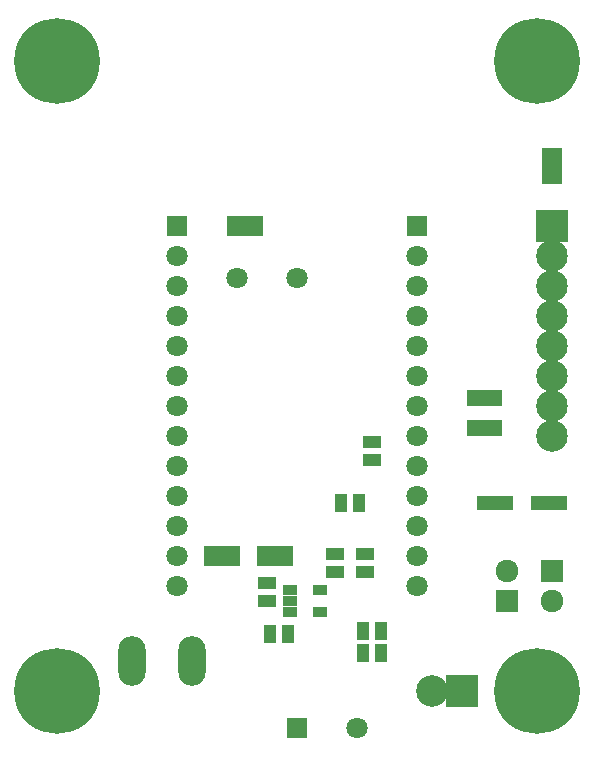
<source format=gbr>
G04 #@! TF.FileFunction,Soldermask,Top*
%FSLAX46Y46*%
G04 Gerber Fmt 4.6, Leading zero omitted, Abs format (unit mm)*
G04 Created by KiCad (PCBNEW 4.0.1-stable) date 1/29/2016 6:59:16 PM*
%MOMM*%
G01*
G04 APERTURE LIST*
%ADD10C,0.100000*%
%ADD11C,7.258000*%
%ADD12O,2.305000X4.210000*%
%ADD13C,1.797000*%
%ADD14R,1.797000X1.797000*%
%ADD15R,2.675000X2.675000*%
%ADD16C,2.675000*%
%ADD17R,3.150000X1.200000*%
%ADD18R,1.543000X1.035000*%
%ADD19R,1.035000X1.543000*%
%ADD20R,1.778000X1.524000*%
%ADD21R,1.524000X1.778000*%
%ADD22R,1.101040X1.400760*%
%ADD23R,1.162000X0.908000*%
%ADD24R,1.924000X1.924000*%
%ADD25C,1.924000*%
G04 APERTURE END LIST*
D10*
D11*
X45720000Y-58420000D03*
X5080000Y-58420000D03*
X5080000Y-5080000D03*
D12*
X16510000Y-55880000D03*
X11430000Y-55880000D03*
D13*
X35560000Y-49530000D03*
X35560000Y-44450000D03*
X35560000Y-46990000D03*
X35560000Y-41910000D03*
X35560000Y-31750000D03*
X35560000Y-34290000D03*
X35560000Y-39370000D03*
X35560000Y-36830000D03*
X35560000Y-26670000D03*
X35560000Y-29210000D03*
X35560000Y-24130000D03*
X35560000Y-21590000D03*
D14*
X35560000Y-19050000D03*
D13*
X15240000Y-49530000D03*
X15240000Y-44450000D03*
X15240000Y-46990000D03*
X15240000Y-41910000D03*
X15240000Y-31750000D03*
X15240000Y-34290000D03*
X15240000Y-39370000D03*
X15240000Y-36830000D03*
X15240000Y-26670000D03*
X15240000Y-29210000D03*
X15240000Y-24130000D03*
X15240000Y-21590000D03*
D14*
X15240000Y-19050000D03*
D15*
X39370000Y-58420000D03*
D16*
X36830000Y-58420000D03*
X46990000Y-34290000D03*
X46990000Y-31750000D03*
X46990000Y-36830000D03*
X46990000Y-29210000D03*
X46990000Y-26670000D03*
D15*
X46990000Y-19050000D03*
D16*
X46990000Y-21590000D03*
X46990000Y-24130000D03*
D14*
X25400000Y-61595000D03*
D13*
X30480000Y-61595000D03*
X25400000Y-23495000D03*
X20320000Y-23495000D03*
D11*
X45720000Y-5080000D03*
D17*
X42125000Y-42545000D03*
X46775000Y-42545000D03*
D18*
X22860000Y-49276000D03*
X22860000Y-50800000D03*
D19*
X24638000Y-53594000D03*
X23114000Y-53594000D03*
D18*
X28575000Y-48387000D03*
X28575000Y-46863000D03*
X31115000Y-48387000D03*
X31115000Y-46863000D03*
D20*
X46990000Y-14732000D03*
X46990000Y-13208000D03*
D21*
X21717000Y-19050000D03*
X20193000Y-19050000D03*
X22733000Y-46990000D03*
X24257000Y-46990000D03*
X19812000Y-46990000D03*
X18288000Y-46990000D03*
D22*
X42227500Y-36195000D03*
X41275000Y-36195000D03*
X40322500Y-36195000D03*
X40322500Y-33655000D03*
X41275000Y-33655000D03*
X42227500Y-33655000D03*
D19*
X30607000Y-42545000D03*
X29083000Y-42545000D03*
X32512000Y-55245000D03*
X30988000Y-55245000D03*
X32512000Y-53340000D03*
X30988000Y-53340000D03*
D23*
X24765000Y-49847500D03*
X24765000Y-51752500D03*
X27305000Y-49847500D03*
X24765000Y-50800000D03*
X27305000Y-51752500D03*
D24*
X46990000Y-48260000D03*
D25*
X46990000Y-50800000D03*
D24*
X43180000Y-50800000D03*
D25*
X43180000Y-48260000D03*
D18*
X31750000Y-37338000D03*
X31750000Y-38862000D03*
M02*

</source>
